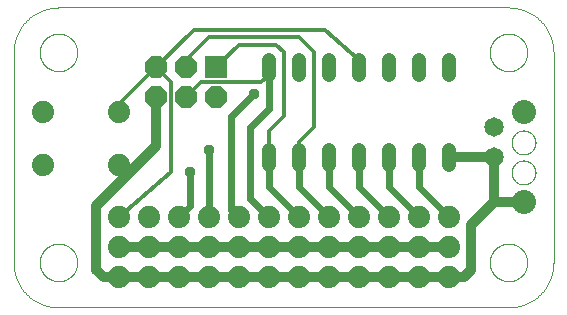
<source format=gbl>
G75*
%MOIN*%
%OFA0B0*%
%FSLAX25Y25*%
%IPPOS*%
%LPD*%
%AMOC8*
5,1,8,0,0,1.08239X$1,22.5*
%
%ADD10C,0.00000*%
%ADD11C,0.04800*%
%ADD12R,0.07400X0.07400*%
%ADD13OC8,0.07400*%
%ADD14C,0.07400*%
%ADD15C,0.08000*%
%ADD16C,0.06500*%
%ADD17C,0.03200*%
%ADD18C,0.01200*%
%ADD19C,0.02400*%
%ADD20C,0.03762*%
D10*
X0016000Y0001167D02*
X0166000Y0001167D01*
X0159750Y0016167D02*
X0159752Y0016325D01*
X0159758Y0016482D01*
X0159768Y0016640D01*
X0159782Y0016797D01*
X0159800Y0016953D01*
X0159821Y0017110D01*
X0159847Y0017265D01*
X0159877Y0017420D01*
X0159910Y0017574D01*
X0159948Y0017727D01*
X0159989Y0017880D01*
X0160034Y0018031D01*
X0160083Y0018181D01*
X0160136Y0018329D01*
X0160192Y0018477D01*
X0160253Y0018622D01*
X0160316Y0018767D01*
X0160384Y0018909D01*
X0160455Y0019050D01*
X0160529Y0019189D01*
X0160607Y0019326D01*
X0160689Y0019461D01*
X0160773Y0019594D01*
X0160862Y0019725D01*
X0160953Y0019853D01*
X0161048Y0019980D01*
X0161145Y0020103D01*
X0161246Y0020225D01*
X0161350Y0020343D01*
X0161457Y0020459D01*
X0161567Y0020572D01*
X0161679Y0020683D01*
X0161795Y0020790D01*
X0161913Y0020895D01*
X0162033Y0020997D01*
X0162156Y0021095D01*
X0162282Y0021191D01*
X0162410Y0021283D01*
X0162540Y0021372D01*
X0162672Y0021458D01*
X0162807Y0021540D01*
X0162944Y0021619D01*
X0163082Y0021694D01*
X0163222Y0021766D01*
X0163365Y0021834D01*
X0163508Y0021899D01*
X0163654Y0021960D01*
X0163801Y0022017D01*
X0163949Y0022071D01*
X0164099Y0022121D01*
X0164249Y0022167D01*
X0164401Y0022209D01*
X0164554Y0022248D01*
X0164708Y0022282D01*
X0164863Y0022313D01*
X0165018Y0022339D01*
X0165174Y0022362D01*
X0165331Y0022381D01*
X0165488Y0022396D01*
X0165645Y0022407D01*
X0165803Y0022414D01*
X0165961Y0022417D01*
X0166118Y0022416D01*
X0166276Y0022411D01*
X0166433Y0022402D01*
X0166591Y0022389D01*
X0166747Y0022372D01*
X0166904Y0022351D01*
X0167059Y0022327D01*
X0167214Y0022298D01*
X0167369Y0022265D01*
X0167522Y0022229D01*
X0167675Y0022188D01*
X0167826Y0022144D01*
X0167976Y0022096D01*
X0168125Y0022045D01*
X0168273Y0021989D01*
X0168419Y0021930D01*
X0168564Y0021867D01*
X0168707Y0021800D01*
X0168848Y0021730D01*
X0168987Y0021657D01*
X0169125Y0021580D01*
X0169261Y0021499D01*
X0169394Y0021415D01*
X0169525Y0021328D01*
X0169654Y0021237D01*
X0169781Y0021143D01*
X0169906Y0021046D01*
X0170027Y0020946D01*
X0170147Y0020843D01*
X0170263Y0020737D01*
X0170377Y0020628D01*
X0170489Y0020516D01*
X0170597Y0020402D01*
X0170702Y0020284D01*
X0170805Y0020164D01*
X0170904Y0020042D01*
X0171000Y0019917D01*
X0171093Y0019789D01*
X0171183Y0019660D01*
X0171269Y0019528D01*
X0171353Y0019394D01*
X0171432Y0019258D01*
X0171509Y0019120D01*
X0171581Y0018980D01*
X0171650Y0018838D01*
X0171716Y0018695D01*
X0171778Y0018550D01*
X0171836Y0018403D01*
X0171891Y0018255D01*
X0171942Y0018106D01*
X0171989Y0017955D01*
X0172032Y0017804D01*
X0172071Y0017651D01*
X0172107Y0017497D01*
X0172138Y0017343D01*
X0172166Y0017188D01*
X0172190Y0017032D01*
X0172210Y0016875D01*
X0172226Y0016718D01*
X0172238Y0016561D01*
X0172246Y0016404D01*
X0172250Y0016246D01*
X0172250Y0016088D01*
X0172246Y0015930D01*
X0172238Y0015773D01*
X0172226Y0015616D01*
X0172210Y0015459D01*
X0172190Y0015302D01*
X0172166Y0015146D01*
X0172138Y0014991D01*
X0172107Y0014837D01*
X0172071Y0014683D01*
X0172032Y0014530D01*
X0171989Y0014379D01*
X0171942Y0014228D01*
X0171891Y0014079D01*
X0171836Y0013931D01*
X0171778Y0013784D01*
X0171716Y0013639D01*
X0171650Y0013496D01*
X0171581Y0013354D01*
X0171509Y0013214D01*
X0171432Y0013076D01*
X0171353Y0012940D01*
X0171269Y0012806D01*
X0171183Y0012674D01*
X0171093Y0012545D01*
X0171000Y0012417D01*
X0170904Y0012292D01*
X0170805Y0012170D01*
X0170702Y0012050D01*
X0170597Y0011932D01*
X0170489Y0011818D01*
X0170377Y0011706D01*
X0170263Y0011597D01*
X0170147Y0011491D01*
X0170027Y0011388D01*
X0169906Y0011288D01*
X0169781Y0011191D01*
X0169654Y0011097D01*
X0169525Y0011006D01*
X0169394Y0010919D01*
X0169261Y0010835D01*
X0169125Y0010754D01*
X0168987Y0010677D01*
X0168848Y0010604D01*
X0168707Y0010534D01*
X0168564Y0010467D01*
X0168419Y0010404D01*
X0168273Y0010345D01*
X0168125Y0010289D01*
X0167976Y0010238D01*
X0167826Y0010190D01*
X0167675Y0010146D01*
X0167522Y0010105D01*
X0167369Y0010069D01*
X0167214Y0010036D01*
X0167059Y0010007D01*
X0166904Y0009983D01*
X0166747Y0009962D01*
X0166591Y0009945D01*
X0166433Y0009932D01*
X0166276Y0009923D01*
X0166118Y0009918D01*
X0165961Y0009917D01*
X0165803Y0009920D01*
X0165645Y0009927D01*
X0165488Y0009938D01*
X0165331Y0009953D01*
X0165174Y0009972D01*
X0165018Y0009995D01*
X0164863Y0010021D01*
X0164708Y0010052D01*
X0164554Y0010086D01*
X0164401Y0010125D01*
X0164249Y0010167D01*
X0164099Y0010213D01*
X0163949Y0010263D01*
X0163801Y0010317D01*
X0163654Y0010374D01*
X0163508Y0010435D01*
X0163365Y0010500D01*
X0163222Y0010568D01*
X0163082Y0010640D01*
X0162944Y0010715D01*
X0162807Y0010794D01*
X0162672Y0010876D01*
X0162540Y0010962D01*
X0162410Y0011051D01*
X0162282Y0011143D01*
X0162156Y0011239D01*
X0162033Y0011337D01*
X0161913Y0011439D01*
X0161795Y0011544D01*
X0161679Y0011651D01*
X0161567Y0011762D01*
X0161457Y0011875D01*
X0161350Y0011991D01*
X0161246Y0012109D01*
X0161145Y0012231D01*
X0161048Y0012354D01*
X0160953Y0012481D01*
X0160862Y0012609D01*
X0160773Y0012740D01*
X0160689Y0012873D01*
X0160607Y0013008D01*
X0160529Y0013145D01*
X0160455Y0013284D01*
X0160384Y0013425D01*
X0160316Y0013567D01*
X0160253Y0013712D01*
X0160192Y0013857D01*
X0160136Y0014005D01*
X0160083Y0014153D01*
X0160034Y0014303D01*
X0159989Y0014454D01*
X0159948Y0014607D01*
X0159910Y0014760D01*
X0159877Y0014914D01*
X0159847Y0015069D01*
X0159821Y0015224D01*
X0159800Y0015381D01*
X0159782Y0015537D01*
X0159768Y0015694D01*
X0159758Y0015852D01*
X0159752Y0016009D01*
X0159750Y0016167D01*
X0166000Y0001167D02*
X0166362Y0001171D01*
X0166725Y0001185D01*
X0167087Y0001206D01*
X0167448Y0001237D01*
X0167808Y0001276D01*
X0168167Y0001324D01*
X0168525Y0001381D01*
X0168882Y0001446D01*
X0169237Y0001520D01*
X0169590Y0001603D01*
X0169941Y0001694D01*
X0170289Y0001793D01*
X0170635Y0001901D01*
X0170979Y0002017D01*
X0171319Y0002142D01*
X0171656Y0002274D01*
X0171990Y0002415D01*
X0172321Y0002564D01*
X0172648Y0002721D01*
X0172971Y0002885D01*
X0173290Y0003057D01*
X0173604Y0003237D01*
X0173915Y0003425D01*
X0174220Y0003620D01*
X0174521Y0003822D01*
X0174817Y0004032D01*
X0175107Y0004248D01*
X0175393Y0004472D01*
X0175673Y0004702D01*
X0175947Y0004939D01*
X0176215Y0005183D01*
X0176478Y0005433D01*
X0176734Y0005689D01*
X0176984Y0005952D01*
X0177228Y0006220D01*
X0177465Y0006494D01*
X0177695Y0006774D01*
X0177919Y0007060D01*
X0178135Y0007350D01*
X0178345Y0007646D01*
X0178547Y0007947D01*
X0178742Y0008252D01*
X0178930Y0008563D01*
X0179110Y0008877D01*
X0179282Y0009196D01*
X0179446Y0009519D01*
X0179603Y0009846D01*
X0179752Y0010177D01*
X0179893Y0010511D01*
X0180025Y0010848D01*
X0180150Y0011188D01*
X0180266Y0011532D01*
X0180374Y0011878D01*
X0180473Y0012226D01*
X0180564Y0012577D01*
X0180647Y0012930D01*
X0180721Y0013285D01*
X0180786Y0013642D01*
X0180843Y0014000D01*
X0180891Y0014359D01*
X0180930Y0014719D01*
X0180961Y0015080D01*
X0180982Y0015442D01*
X0180996Y0015805D01*
X0181000Y0016167D01*
X0181000Y0086167D01*
X0159750Y0086167D02*
X0159752Y0086325D01*
X0159758Y0086482D01*
X0159768Y0086640D01*
X0159782Y0086797D01*
X0159800Y0086953D01*
X0159821Y0087110D01*
X0159847Y0087265D01*
X0159877Y0087420D01*
X0159910Y0087574D01*
X0159948Y0087727D01*
X0159989Y0087880D01*
X0160034Y0088031D01*
X0160083Y0088181D01*
X0160136Y0088329D01*
X0160192Y0088477D01*
X0160253Y0088622D01*
X0160316Y0088767D01*
X0160384Y0088909D01*
X0160455Y0089050D01*
X0160529Y0089189D01*
X0160607Y0089326D01*
X0160689Y0089461D01*
X0160773Y0089594D01*
X0160862Y0089725D01*
X0160953Y0089853D01*
X0161048Y0089980D01*
X0161145Y0090103D01*
X0161246Y0090225D01*
X0161350Y0090343D01*
X0161457Y0090459D01*
X0161567Y0090572D01*
X0161679Y0090683D01*
X0161795Y0090790D01*
X0161913Y0090895D01*
X0162033Y0090997D01*
X0162156Y0091095D01*
X0162282Y0091191D01*
X0162410Y0091283D01*
X0162540Y0091372D01*
X0162672Y0091458D01*
X0162807Y0091540D01*
X0162944Y0091619D01*
X0163082Y0091694D01*
X0163222Y0091766D01*
X0163365Y0091834D01*
X0163508Y0091899D01*
X0163654Y0091960D01*
X0163801Y0092017D01*
X0163949Y0092071D01*
X0164099Y0092121D01*
X0164249Y0092167D01*
X0164401Y0092209D01*
X0164554Y0092248D01*
X0164708Y0092282D01*
X0164863Y0092313D01*
X0165018Y0092339D01*
X0165174Y0092362D01*
X0165331Y0092381D01*
X0165488Y0092396D01*
X0165645Y0092407D01*
X0165803Y0092414D01*
X0165961Y0092417D01*
X0166118Y0092416D01*
X0166276Y0092411D01*
X0166433Y0092402D01*
X0166591Y0092389D01*
X0166747Y0092372D01*
X0166904Y0092351D01*
X0167059Y0092327D01*
X0167214Y0092298D01*
X0167369Y0092265D01*
X0167522Y0092229D01*
X0167675Y0092188D01*
X0167826Y0092144D01*
X0167976Y0092096D01*
X0168125Y0092045D01*
X0168273Y0091989D01*
X0168419Y0091930D01*
X0168564Y0091867D01*
X0168707Y0091800D01*
X0168848Y0091730D01*
X0168987Y0091657D01*
X0169125Y0091580D01*
X0169261Y0091499D01*
X0169394Y0091415D01*
X0169525Y0091328D01*
X0169654Y0091237D01*
X0169781Y0091143D01*
X0169906Y0091046D01*
X0170027Y0090946D01*
X0170147Y0090843D01*
X0170263Y0090737D01*
X0170377Y0090628D01*
X0170489Y0090516D01*
X0170597Y0090402D01*
X0170702Y0090284D01*
X0170805Y0090164D01*
X0170904Y0090042D01*
X0171000Y0089917D01*
X0171093Y0089789D01*
X0171183Y0089660D01*
X0171269Y0089528D01*
X0171353Y0089394D01*
X0171432Y0089258D01*
X0171509Y0089120D01*
X0171581Y0088980D01*
X0171650Y0088838D01*
X0171716Y0088695D01*
X0171778Y0088550D01*
X0171836Y0088403D01*
X0171891Y0088255D01*
X0171942Y0088106D01*
X0171989Y0087955D01*
X0172032Y0087804D01*
X0172071Y0087651D01*
X0172107Y0087497D01*
X0172138Y0087343D01*
X0172166Y0087188D01*
X0172190Y0087032D01*
X0172210Y0086875D01*
X0172226Y0086718D01*
X0172238Y0086561D01*
X0172246Y0086404D01*
X0172250Y0086246D01*
X0172250Y0086088D01*
X0172246Y0085930D01*
X0172238Y0085773D01*
X0172226Y0085616D01*
X0172210Y0085459D01*
X0172190Y0085302D01*
X0172166Y0085146D01*
X0172138Y0084991D01*
X0172107Y0084837D01*
X0172071Y0084683D01*
X0172032Y0084530D01*
X0171989Y0084379D01*
X0171942Y0084228D01*
X0171891Y0084079D01*
X0171836Y0083931D01*
X0171778Y0083784D01*
X0171716Y0083639D01*
X0171650Y0083496D01*
X0171581Y0083354D01*
X0171509Y0083214D01*
X0171432Y0083076D01*
X0171353Y0082940D01*
X0171269Y0082806D01*
X0171183Y0082674D01*
X0171093Y0082545D01*
X0171000Y0082417D01*
X0170904Y0082292D01*
X0170805Y0082170D01*
X0170702Y0082050D01*
X0170597Y0081932D01*
X0170489Y0081818D01*
X0170377Y0081706D01*
X0170263Y0081597D01*
X0170147Y0081491D01*
X0170027Y0081388D01*
X0169906Y0081288D01*
X0169781Y0081191D01*
X0169654Y0081097D01*
X0169525Y0081006D01*
X0169394Y0080919D01*
X0169261Y0080835D01*
X0169125Y0080754D01*
X0168987Y0080677D01*
X0168848Y0080604D01*
X0168707Y0080534D01*
X0168564Y0080467D01*
X0168419Y0080404D01*
X0168273Y0080345D01*
X0168125Y0080289D01*
X0167976Y0080238D01*
X0167826Y0080190D01*
X0167675Y0080146D01*
X0167522Y0080105D01*
X0167369Y0080069D01*
X0167214Y0080036D01*
X0167059Y0080007D01*
X0166904Y0079983D01*
X0166747Y0079962D01*
X0166591Y0079945D01*
X0166433Y0079932D01*
X0166276Y0079923D01*
X0166118Y0079918D01*
X0165961Y0079917D01*
X0165803Y0079920D01*
X0165645Y0079927D01*
X0165488Y0079938D01*
X0165331Y0079953D01*
X0165174Y0079972D01*
X0165018Y0079995D01*
X0164863Y0080021D01*
X0164708Y0080052D01*
X0164554Y0080086D01*
X0164401Y0080125D01*
X0164249Y0080167D01*
X0164099Y0080213D01*
X0163949Y0080263D01*
X0163801Y0080317D01*
X0163654Y0080374D01*
X0163508Y0080435D01*
X0163365Y0080500D01*
X0163222Y0080568D01*
X0163082Y0080640D01*
X0162944Y0080715D01*
X0162807Y0080794D01*
X0162672Y0080876D01*
X0162540Y0080962D01*
X0162410Y0081051D01*
X0162282Y0081143D01*
X0162156Y0081239D01*
X0162033Y0081337D01*
X0161913Y0081439D01*
X0161795Y0081544D01*
X0161679Y0081651D01*
X0161567Y0081762D01*
X0161457Y0081875D01*
X0161350Y0081991D01*
X0161246Y0082109D01*
X0161145Y0082231D01*
X0161048Y0082354D01*
X0160953Y0082481D01*
X0160862Y0082609D01*
X0160773Y0082740D01*
X0160689Y0082873D01*
X0160607Y0083008D01*
X0160529Y0083145D01*
X0160455Y0083284D01*
X0160384Y0083425D01*
X0160316Y0083567D01*
X0160253Y0083712D01*
X0160192Y0083857D01*
X0160136Y0084005D01*
X0160083Y0084153D01*
X0160034Y0084303D01*
X0159989Y0084454D01*
X0159948Y0084607D01*
X0159910Y0084760D01*
X0159877Y0084914D01*
X0159847Y0085069D01*
X0159821Y0085224D01*
X0159800Y0085381D01*
X0159782Y0085537D01*
X0159768Y0085694D01*
X0159758Y0085852D01*
X0159752Y0086009D01*
X0159750Y0086167D01*
X0166000Y0101167D02*
X0166362Y0101163D01*
X0166725Y0101149D01*
X0167087Y0101128D01*
X0167448Y0101097D01*
X0167808Y0101058D01*
X0168167Y0101010D01*
X0168525Y0100953D01*
X0168882Y0100888D01*
X0169237Y0100814D01*
X0169590Y0100731D01*
X0169941Y0100640D01*
X0170289Y0100541D01*
X0170635Y0100433D01*
X0170979Y0100317D01*
X0171319Y0100192D01*
X0171656Y0100060D01*
X0171990Y0099919D01*
X0172321Y0099770D01*
X0172648Y0099613D01*
X0172971Y0099449D01*
X0173290Y0099277D01*
X0173604Y0099097D01*
X0173915Y0098909D01*
X0174220Y0098714D01*
X0174521Y0098512D01*
X0174817Y0098302D01*
X0175107Y0098086D01*
X0175393Y0097862D01*
X0175673Y0097632D01*
X0175947Y0097395D01*
X0176215Y0097151D01*
X0176478Y0096901D01*
X0176734Y0096645D01*
X0176984Y0096382D01*
X0177228Y0096114D01*
X0177465Y0095840D01*
X0177695Y0095560D01*
X0177919Y0095274D01*
X0178135Y0094984D01*
X0178345Y0094688D01*
X0178547Y0094387D01*
X0178742Y0094082D01*
X0178930Y0093771D01*
X0179110Y0093457D01*
X0179282Y0093138D01*
X0179446Y0092815D01*
X0179603Y0092488D01*
X0179752Y0092157D01*
X0179893Y0091823D01*
X0180025Y0091486D01*
X0180150Y0091146D01*
X0180266Y0090802D01*
X0180374Y0090456D01*
X0180473Y0090108D01*
X0180564Y0089757D01*
X0180647Y0089404D01*
X0180721Y0089049D01*
X0180786Y0088692D01*
X0180843Y0088334D01*
X0180891Y0087975D01*
X0180930Y0087615D01*
X0180961Y0087254D01*
X0180982Y0086892D01*
X0180996Y0086529D01*
X0181000Y0086167D01*
X0166000Y0101167D02*
X0016000Y0101167D01*
X0009750Y0086167D02*
X0009752Y0086325D01*
X0009758Y0086482D01*
X0009768Y0086640D01*
X0009782Y0086797D01*
X0009800Y0086953D01*
X0009821Y0087110D01*
X0009847Y0087265D01*
X0009877Y0087420D01*
X0009910Y0087574D01*
X0009948Y0087727D01*
X0009989Y0087880D01*
X0010034Y0088031D01*
X0010083Y0088181D01*
X0010136Y0088329D01*
X0010192Y0088477D01*
X0010253Y0088622D01*
X0010316Y0088767D01*
X0010384Y0088909D01*
X0010455Y0089050D01*
X0010529Y0089189D01*
X0010607Y0089326D01*
X0010689Y0089461D01*
X0010773Y0089594D01*
X0010862Y0089725D01*
X0010953Y0089853D01*
X0011048Y0089980D01*
X0011145Y0090103D01*
X0011246Y0090225D01*
X0011350Y0090343D01*
X0011457Y0090459D01*
X0011567Y0090572D01*
X0011679Y0090683D01*
X0011795Y0090790D01*
X0011913Y0090895D01*
X0012033Y0090997D01*
X0012156Y0091095D01*
X0012282Y0091191D01*
X0012410Y0091283D01*
X0012540Y0091372D01*
X0012672Y0091458D01*
X0012807Y0091540D01*
X0012944Y0091619D01*
X0013082Y0091694D01*
X0013222Y0091766D01*
X0013365Y0091834D01*
X0013508Y0091899D01*
X0013654Y0091960D01*
X0013801Y0092017D01*
X0013949Y0092071D01*
X0014099Y0092121D01*
X0014249Y0092167D01*
X0014401Y0092209D01*
X0014554Y0092248D01*
X0014708Y0092282D01*
X0014863Y0092313D01*
X0015018Y0092339D01*
X0015174Y0092362D01*
X0015331Y0092381D01*
X0015488Y0092396D01*
X0015645Y0092407D01*
X0015803Y0092414D01*
X0015961Y0092417D01*
X0016118Y0092416D01*
X0016276Y0092411D01*
X0016433Y0092402D01*
X0016591Y0092389D01*
X0016747Y0092372D01*
X0016904Y0092351D01*
X0017059Y0092327D01*
X0017214Y0092298D01*
X0017369Y0092265D01*
X0017522Y0092229D01*
X0017675Y0092188D01*
X0017826Y0092144D01*
X0017976Y0092096D01*
X0018125Y0092045D01*
X0018273Y0091989D01*
X0018419Y0091930D01*
X0018564Y0091867D01*
X0018707Y0091800D01*
X0018848Y0091730D01*
X0018987Y0091657D01*
X0019125Y0091580D01*
X0019261Y0091499D01*
X0019394Y0091415D01*
X0019525Y0091328D01*
X0019654Y0091237D01*
X0019781Y0091143D01*
X0019906Y0091046D01*
X0020027Y0090946D01*
X0020147Y0090843D01*
X0020263Y0090737D01*
X0020377Y0090628D01*
X0020489Y0090516D01*
X0020597Y0090402D01*
X0020702Y0090284D01*
X0020805Y0090164D01*
X0020904Y0090042D01*
X0021000Y0089917D01*
X0021093Y0089789D01*
X0021183Y0089660D01*
X0021269Y0089528D01*
X0021353Y0089394D01*
X0021432Y0089258D01*
X0021509Y0089120D01*
X0021581Y0088980D01*
X0021650Y0088838D01*
X0021716Y0088695D01*
X0021778Y0088550D01*
X0021836Y0088403D01*
X0021891Y0088255D01*
X0021942Y0088106D01*
X0021989Y0087955D01*
X0022032Y0087804D01*
X0022071Y0087651D01*
X0022107Y0087497D01*
X0022138Y0087343D01*
X0022166Y0087188D01*
X0022190Y0087032D01*
X0022210Y0086875D01*
X0022226Y0086718D01*
X0022238Y0086561D01*
X0022246Y0086404D01*
X0022250Y0086246D01*
X0022250Y0086088D01*
X0022246Y0085930D01*
X0022238Y0085773D01*
X0022226Y0085616D01*
X0022210Y0085459D01*
X0022190Y0085302D01*
X0022166Y0085146D01*
X0022138Y0084991D01*
X0022107Y0084837D01*
X0022071Y0084683D01*
X0022032Y0084530D01*
X0021989Y0084379D01*
X0021942Y0084228D01*
X0021891Y0084079D01*
X0021836Y0083931D01*
X0021778Y0083784D01*
X0021716Y0083639D01*
X0021650Y0083496D01*
X0021581Y0083354D01*
X0021509Y0083214D01*
X0021432Y0083076D01*
X0021353Y0082940D01*
X0021269Y0082806D01*
X0021183Y0082674D01*
X0021093Y0082545D01*
X0021000Y0082417D01*
X0020904Y0082292D01*
X0020805Y0082170D01*
X0020702Y0082050D01*
X0020597Y0081932D01*
X0020489Y0081818D01*
X0020377Y0081706D01*
X0020263Y0081597D01*
X0020147Y0081491D01*
X0020027Y0081388D01*
X0019906Y0081288D01*
X0019781Y0081191D01*
X0019654Y0081097D01*
X0019525Y0081006D01*
X0019394Y0080919D01*
X0019261Y0080835D01*
X0019125Y0080754D01*
X0018987Y0080677D01*
X0018848Y0080604D01*
X0018707Y0080534D01*
X0018564Y0080467D01*
X0018419Y0080404D01*
X0018273Y0080345D01*
X0018125Y0080289D01*
X0017976Y0080238D01*
X0017826Y0080190D01*
X0017675Y0080146D01*
X0017522Y0080105D01*
X0017369Y0080069D01*
X0017214Y0080036D01*
X0017059Y0080007D01*
X0016904Y0079983D01*
X0016747Y0079962D01*
X0016591Y0079945D01*
X0016433Y0079932D01*
X0016276Y0079923D01*
X0016118Y0079918D01*
X0015961Y0079917D01*
X0015803Y0079920D01*
X0015645Y0079927D01*
X0015488Y0079938D01*
X0015331Y0079953D01*
X0015174Y0079972D01*
X0015018Y0079995D01*
X0014863Y0080021D01*
X0014708Y0080052D01*
X0014554Y0080086D01*
X0014401Y0080125D01*
X0014249Y0080167D01*
X0014099Y0080213D01*
X0013949Y0080263D01*
X0013801Y0080317D01*
X0013654Y0080374D01*
X0013508Y0080435D01*
X0013365Y0080500D01*
X0013222Y0080568D01*
X0013082Y0080640D01*
X0012944Y0080715D01*
X0012807Y0080794D01*
X0012672Y0080876D01*
X0012540Y0080962D01*
X0012410Y0081051D01*
X0012282Y0081143D01*
X0012156Y0081239D01*
X0012033Y0081337D01*
X0011913Y0081439D01*
X0011795Y0081544D01*
X0011679Y0081651D01*
X0011567Y0081762D01*
X0011457Y0081875D01*
X0011350Y0081991D01*
X0011246Y0082109D01*
X0011145Y0082231D01*
X0011048Y0082354D01*
X0010953Y0082481D01*
X0010862Y0082609D01*
X0010773Y0082740D01*
X0010689Y0082873D01*
X0010607Y0083008D01*
X0010529Y0083145D01*
X0010455Y0083284D01*
X0010384Y0083425D01*
X0010316Y0083567D01*
X0010253Y0083712D01*
X0010192Y0083857D01*
X0010136Y0084005D01*
X0010083Y0084153D01*
X0010034Y0084303D01*
X0009989Y0084454D01*
X0009948Y0084607D01*
X0009910Y0084760D01*
X0009877Y0084914D01*
X0009847Y0085069D01*
X0009821Y0085224D01*
X0009800Y0085381D01*
X0009782Y0085537D01*
X0009768Y0085694D01*
X0009758Y0085852D01*
X0009752Y0086009D01*
X0009750Y0086167D01*
X0001000Y0086167D02*
X0001004Y0086529D01*
X0001018Y0086892D01*
X0001039Y0087254D01*
X0001070Y0087615D01*
X0001109Y0087975D01*
X0001157Y0088334D01*
X0001214Y0088692D01*
X0001279Y0089049D01*
X0001353Y0089404D01*
X0001436Y0089757D01*
X0001527Y0090108D01*
X0001626Y0090456D01*
X0001734Y0090802D01*
X0001850Y0091146D01*
X0001975Y0091486D01*
X0002107Y0091823D01*
X0002248Y0092157D01*
X0002397Y0092488D01*
X0002554Y0092815D01*
X0002718Y0093138D01*
X0002890Y0093457D01*
X0003070Y0093771D01*
X0003258Y0094082D01*
X0003453Y0094387D01*
X0003655Y0094688D01*
X0003865Y0094984D01*
X0004081Y0095274D01*
X0004305Y0095560D01*
X0004535Y0095840D01*
X0004772Y0096114D01*
X0005016Y0096382D01*
X0005266Y0096645D01*
X0005522Y0096901D01*
X0005785Y0097151D01*
X0006053Y0097395D01*
X0006327Y0097632D01*
X0006607Y0097862D01*
X0006893Y0098086D01*
X0007183Y0098302D01*
X0007479Y0098512D01*
X0007780Y0098714D01*
X0008085Y0098909D01*
X0008396Y0099097D01*
X0008710Y0099277D01*
X0009029Y0099449D01*
X0009352Y0099613D01*
X0009679Y0099770D01*
X0010010Y0099919D01*
X0010344Y0100060D01*
X0010681Y0100192D01*
X0011021Y0100317D01*
X0011365Y0100433D01*
X0011711Y0100541D01*
X0012059Y0100640D01*
X0012410Y0100731D01*
X0012763Y0100814D01*
X0013118Y0100888D01*
X0013475Y0100953D01*
X0013833Y0101010D01*
X0014192Y0101058D01*
X0014552Y0101097D01*
X0014913Y0101128D01*
X0015275Y0101149D01*
X0015638Y0101163D01*
X0016000Y0101167D01*
X0001000Y0086167D02*
X0001000Y0016167D01*
X0009750Y0016167D02*
X0009752Y0016325D01*
X0009758Y0016482D01*
X0009768Y0016640D01*
X0009782Y0016797D01*
X0009800Y0016953D01*
X0009821Y0017110D01*
X0009847Y0017265D01*
X0009877Y0017420D01*
X0009910Y0017574D01*
X0009948Y0017727D01*
X0009989Y0017880D01*
X0010034Y0018031D01*
X0010083Y0018181D01*
X0010136Y0018329D01*
X0010192Y0018477D01*
X0010253Y0018622D01*
X0010316Y0018767D01*
X0010384Y0018909D01*
X0010455Y0019050D01*
X0010529Y0019189D01*
X0010607Y0019326D01*
X0010689Y0019461D01*
X0010773Y0019594D01*
X0010862Y0019725D01*
X0010953Y0019853D01*
X0011048Y0019980D01*
X0011145Y0020103D01*
X0011246Y0020225D01*
X0011350Y0020343D01*
X0011457Y0020459D01*
X0011567Y0020572D01*
X0011679Y0020683D01*
X0011795Y0020790D01*
X0011913Y0020895D01*
X0012033Y0020997D01*
X0012156Y0021095D01*
X0012282Y0021191D01*
X0012410Y0021283D01*
X0012540Y0021372D01*
X0012672Y0021458D01*
X0012807Y0021540D01*
X0012944Y0021619D01*
X0013082Y0021694D01*
X0013222Y0021766D01*
X0013365Y0021834D01*
X0013508Y0021899D01*
X0013654Y0021960D01*
X0013801Y0022017D01*
X0013949Y0022071D01*
X0014099Y0022121D01*
X0014249Y0022167D01*
X0014401Y0022209D01*
X0014554Y0022248D01*
X0014708Y0022282D01*
X0014863Y0022313D01*
X0015018Y0022339D01*
X0015174Y0022362D01*
X0015331Y0022381D01*
X0015488Y0022396D01*
X0015645Y0022407D01*
X0015803Y0022414D01*
X0015961Y0022417D01*
X0016118Y0022416D01*
X0016276Y0022411D01*
X0016433Y0022402D01*
X0016591Y0022389D01*
X0016747Y0022372D01*
X0016904Y0022351D01*
X0017059Y0022327D01*
X0017214Y0022298D01*
X0017369Y0022265D01*
X0017522Y0022229D01*
X0017675Y0022188D01*
X0017826Y0022144D01*
X0017976Y0022096D01*
X0018125Y0022045D01*
X0018273Y0021989D01*
X0018419Y0021930D01*
X0018564Y0021867D01*
X0018707Y0021800D01*
X0018848Y0021730D01*
X0018987Y0021657D01*
X0019125Y0021580D01*
X0019261Y0021499D01*
X0019394Y0021415D01*
X0019525Y0021328D01*
X0019654Y0021237D01*
X0019781Y0021143D01*
X0019906Y0021046D01*
X0020027Y0020946D01*
X0020147Y0020843D01*
X0020263Y0020737D01*
X0020377Y0020628D01*
X0020489Y0020516D01*
X0020597Y0020402D01*
X0020702Y0020284D01*
X0020805Y0020164D01*
X0020904Y0020042D01*
X0021000Y0019917D01*
X0021093Y0019789D01*
X0021183Y0019660D01*
X0021269Y0019528D01*
X0021353Y0019394D01*
X0021432Y0019258D01*
X0021509Y0019120D01*
X0021581Y0018980D01*
X0021650Y0018838D01*
X0021716Y0018695D01*
X0021778Y0018550D01*
X0021836Y0018403D01*
X0021891Y0018255D01*
X0021942Y0018106D01*
X0021989Y0017955D01*
X0022032Y0017804D01*
X0022071Y0017651D01*
X0022107Y0017497D01*
X0022138Y0017343D01*
X0022166Y0017188D01*
X0022190Y0017032D01*
X0022210Y0016875D01*
X0022226Y0016718D01*
X0022238Y0016561D01*
X0022246Y0016404D01*
X0022250Y0016246D01*
X0022250Y0016088D01*
X0022246Y0015930D01*
X0022238Y0015773D01*
X0022226Y0015616D01*
X0022210Y0015459D01*
X0022190Y0015302D01*
X0022166Y0015146D01*
X0022138Y0014991D01*
X0022107Y0014837D01*
X0022071Y0014683D01*
X0022032Y0014530D01*
X0021989Y0014379D01*
X0021942Y0014228D01*
X0021891Y0014079D01*
X0021836Y0013931D01*
X0021778Y0013784D01*
X0021716Y0013639D01*
X0021650Y0013496D01*
X0021581Y0013354D01*
X0021509Y0013214D01*
X0021432Y0013076D01*
X0021353Y0012940D01*
X0021269Y0012806D01*
X0021183Y0012674D01*
X0021093Y0012545D01*
X0021000Y0012417D01*
X0020904Y0012292D01*
X0020805Y0012170D01*
X0020702Y0012050D01*
X0020597Y0011932D01*
X0020489Y0011818D01*
X0020377Y0011706D01*
X0020263Y0011597D01*
X0020147Y0011491D01*
X0020027Y0011388D01*
X0019906Y0011288D01*
X0019781Y0011191D01*
X0019654Y0011097D01*
X0019525Y0011006D01*
X0019394Y0010919D01*
X0019261Y0010835D01*
X0019125Y0010754D01*
X0018987Y0010677D01*
X0018848Y0010604D01*
X0018707Y0010534D01*
X0018564Y0010467D01*
X0018419Y0010404D01*
X0018273Y0010345D01*
X0018125Y0010289D01*
X0017976Y0010238D01*
X0017826Y0010190D01*
X0017675Y0010146D01*
X0017522Y0010105D01*
X0017369Y0010069D01*
X0017214Y0010036D01*
X0017059Y0010007D01*
X0016904Y0009983D01*
X0016747Y0009962D01*
X0016591Y0009945D01*
X0016433Y0009932D01*
X0016276Y0009923D01*
X0016118Y0009918D01*
X0015961Y0009917D01*
X0015803Y0009920D01*
X0015645Y0009927D01*
X0015488Y0009938D01*
X0015331Y0009953D01*
X0015174Y0009972D01*
X0015018Y0009995D01*
X0014863Y0010021D01*
X0014708Y0010052D01*
X0014554Y0010086D01*
X0014401Y0010125D01*
X0014249Y0010167D01*
X0014099Y0010213D01*
X0013949Y0010263D01*
X0013801Y0010317D01*
X0013654Y0010374D01*
X0013508Y0010435D01*
X0013365Y0010500D01*
X0013222Y0010568D01*
X0013082Y0010640D01*
X0012944Y0010715D01*
X0012807Y0010794D01*
X0012672Y0010876D01*
X0012540Y0010962D01*
X0012410Y0011051D01*
X0012282Y0011143D01*
X0012156Y0011239D01*
X0012033Y0011337D01*
X0011913Y0011439D01*
X0011795Y0011544D01*
X0011679Y0011651D01*
X0011567Y0011762D01*
X0011457Y0011875D01*
X0011350Y0011991D01*
X0011246Y0012109D01*
X0011145Y0012231D01*
X0011048Y0012354D01*
X0010953Y0012481D01*
X0010862Y0012609D01*
X0010773Y0012740D01*
X0010689Y0012873D01*
X0010607Y0013008D01*
X0010529Y0013145D01*
X0010455Y0013284D01*
X0010384Y0013425D01*
X0010316Y0013567D01*
X0010253Y0013712D01*
X0010192Y0013857D01*
X0010136Y0014005D01*
X0010083Y0014153D01*
X0010034Y0014303D01*
X0009989Y0014454D01*
X0009948Y0014607D01*
X0009910Y0014760D01*
X0009877Y0014914D01*
X0009847Y0015069D01*
X0009821Y0015224D01*
X0009800Y0015381D01*
X0009782Y0015537D01*
X0009768Y0015694D01*
X0009758Y0015852D01*
X0009752Y0016009D01*
X0009750Y0016167D01*
X0001000Y0016167D02*
X0001004Y0015805D01*
X0001018Y0015442D01*
X0001039Y0015080D01*
X0001070Y0014719D01*
X0001109Y0014359D01*
X0001157Y0014000D01*
X0001214Y0013642D01*
X0001279Y0013285D01*
X0001353Y0012930D01*
X0001436Y0012577D01*
X0001527Y0012226D01*
X0001626Y0011878D01*
X0001734Y0011532D01*
X0001850Y0011188D01*
X0001975Y0010848D01*
X0002107Y0010511D01*
X0002248Y0010177D01*
X0002397Y0009846D01*
X0002554Y0009519D01*
X0002718Y0009196D01*
X0002890Y0008877D01*
X0003070Y0008563D01*
X0003258Y0008252D01*
X0003453Y0007947D01*
X0003655Y0007646D01*
X0003865Y0007350D01*
X0004081Y0007060D01*
X0004305Y0006774D01*
X0004535Y0006494D01*
X0004772Y0006220D01*
X0005016Y0005952D01*
X0005266Y0005689D01*
X0005522Y0005433D01*
X0005785Y0005183D01*
X0006053Y0004939D01*
X0006327Y0004702D01*
X0006607Y0004472D01*
X0006893Y0004248D01*
X0007183Y0004032D01*
X0007479Y0003822D01*
X0007780Y0003620D01*
X0008085Y0003425D01*
X0008396Y0003237D01*
X0008710Y0003057D01*
X0009029Y0002885D01*
X0009352Y0002721D01*
X0009679Y0002564D01*
X0010010Y0002415D01*
X0010344Y0002274D01*
X0010681Y0002142D01*
X0011021Y0002017D01*
X0011365Y0001901D01*
X0011711Y0001793D01*
X0012059Y0001694D01*
X0012410Y0001603D01*
X0012763Y0001520D01*
X0013118Y0001446D01*
X0013475Y0001381D01*
X0013833Y0001324D01*
X0014192Y0001276D01*
X0014552Y0001237D01*
X0014913Y0001206D01*
X0015275Y0001185D01*
X0015638Y0001171D01*
X0016000Y0001167D01*
X0167000Y0046167D02*
X0167002Y0046293D01*
X0167008Y0046419D01*
X0167018Y0046545D01*
X0167032Y0046671D01*
X0167050Y0046796D01*
X0167072Y0046920D01*
X0167097Y0047044D01*
X0167127Y0047167D01*
X0167160Y0047288D01*
X0167198Y0047409D01*
X0167239Y0047528D01*
X0167284Y0047647D01*
X0167332Y0047763D01*
X0167384Y0047878D01*
X0167440Y0047991D01*
X0167500Y0048103D01*
X0167563Y0048212D01*
X0167629Y0048320D01*
X0167698Y0048425D01*
X0167771Y0048528D01*
X0167848Y0048629D01*
X0167927Y0048727D01*
X0168009Y0048823D01*
X0168095Y0048916D01*
X0168183Y0049007D01*
X0168274Y0049094D01*
X0168368Y0049179D01*
X0168464Y0049260D01*
X0168563Y0049339D01*
X0168664Y0049414D01*
X0168768Y0049486D01*
X0168874Y0049555D01*
X0168982Y0049621D01*
X0169092Y0049683D01*
X0169204Y0049741D01*
X0169317Y0049796D01*
X0169433Y0049847D01*
X0169550Y0049895D01*
X0169668Y0049939D01*
X0169788Y0049979D01*
X0169909Y0050015D01*
X0170031Y0050048D01*
X0170154Y0050077D01*
X0170278Y0050101D01*
X0170402Y0050122D01*
X0170527Y0050139D01*
X0170653Y0050152D01*
X0170779Y0050161D01*
X0170905Y0050166D01*
X0171032Y0050167D01*
X0171158Y0050164D01*
X0171284Y0050157D01*
X0171410Y0050146D01*
X0171535Y0050131D01*
X0171660Y0050112D01*
X0171784Y0050089D01*
X0171908Y0050063D01*
X0172030Y0050032D01*
X0172152Y0049998D01*
X0172272Y0049959D01*
X0172391Y0049917D01*
X0172509Y0049872D01*
X0172625Y0049822D01*
X0172740Y0049769D01*
X0172852Y0049712D01*
X0172963Y0049652D01*
X0173072Y0049588D01*
X0173179Y0049521D01*
X0173284Y0049451D01*
X0173387Y0049377D01*
X0173487Y0049300D01*
X0173585Y0049220D01*
X0173680Y0049137D01*
X0173772Y0049051D01*
X0173862Y0048962D01*
X0173949Y0048870D01*
X0174032Y0048776D01*
X0174113Y0048679D01*
X0174191Y0048579D01*
X0174266Y0048477D01*
X0174337Y0048373D01*
X0174405Y0048266D01*
X0174469Y0048158D01*
X0174530Y0048047D01*
X0174588Y0047935D01*
X0174642Y0047821D01*
X0174692Y0047705D01*
X0174739Y0047588D01*
X0174782Y0047469D01*
X0174821Y0047349D01*
X0174857Y0047228D01*
X0174888Y0047105D01*
X0174916Y0046982D01*
X0174940Y0046858D01*
X0174960Y0046733D01*
X0174976Y0046608D01*
X0174988Y0046482D01*
X0174996Y0046356D01*
X0175000Y0046230D01*
X0175000Y0046104D01*
X0174996Y0045978D01*
X0174988Y0045852D01*
X0174976Y0045726D01*
X0174960Y0045601D01*
X0174940Y0045476D01*
X0174916Y0045352D01*
X0174888Y0045229D01*
X0174857Y0045106D01*
X0174821Y0044985D01*
X0174782Y0044865D01*
X0174739Y0044746D01*
X0174692Y0044629D01*
X0174642Y0044513D01*
X0174588Y0044399D01*
X0174530Y0044287D01*
X0174469Y0044176D01*
X0174405Y0044068D01*
X0174337Y0043961D01*
X0174266Y0043857D01*
X0174191Y0043755D01*
X0174113Y0043655D01*
X0174032Y0043558D01*
X0173949Y0043464D01*
X0173862Y0043372D01*
X0173772Y0043283D01*
X0173680Y0043197D01*
X0173585Y0043114D01*
X0173487Y0043034D01*
X0173387Y0042957D01*
X0173284Y0042883D01*
X0173179Y0042813D01*
X0173072Y0042746D01*
X0172963Y0042682D01*
X0172852Y0042622D01*
X0172740Y0042565D01*
X0172625Y0042512D01*
X0172509Y0042462D01*
X0172391Y0042417D01*
X0172272Y0042375D01*
X0172152Y0042336D01*
X0172030Y0042302D01*
X0171908Y0042271D01*
X0171784Y0042245D01*
X0171660Y0042222D01*
X0171535Y0042203D01*
X0171410Y0042188D01*
X0171284Y0042177D01*
X0171158Y0042170D01*
X0171032Y0042167D01*
X0170905Y0042168D01*
X0170779Y0042173D01*
X0170653Y0042182D01*
X0170527Y0042195D01*
X0170402Y0042212D01*
X0170278Y0042233D01*
X0170154Y0042257D01*
X0170031Y0042286D01*
X0169909Y0042319D01*
X0169788Y0042355D01*
X0169668Y0042395D01*
X0169550Y0042439D01*
X0169433Y0042487D01*
X0169317Y0042538D01*
X0169204Y0042593D01*
X0169092Y0042651D01*
X0168982Y0042713D01*
X0168874Y0042779D01*
X0168768Y0042848D01*
X0168664Y0042920D01*
X0168563Y0042995D01*
X0168464Y0043074D01*
X0168368Y0043155D01*
X0168274Y0043240D01*
X0168183Y0043327D01*
X0168095Y0043418D01*
X0168009Y0043511D01*
X0167927Y0043607D01*
X0167848Y0043705D01*
X0167771Y0043806D01*
X0167698Y0043909D01*
X0167629Y0044014D01*
X0167563Y0044122D01*
X0167500Y0044231D01*
X0167440Y0044343D01*
X0167384Y0044456D01*
X0167332Y0044571D01*
X0167284Y0044687D01*
X0167239Y0044806D01*
X0167198Y0044925D01*
X0167160Y0045046D01*
X0167127Y0045167D01*
X0167097Y0045290D01*
X0167072Y0045414D01*
X0167050Y0045538D01*
X0167032Y0045663D01*
X0167018Y0045789D01*
X0167008Y0045915D01*
X0167002Y0046041D01*
X0167000Y0046167D01*
X0167000Y0056167D02*
X0167002Y0056293D01*
X0167008Y0056419D01*
X0167018Y0056545D01*
X0167032Y0056671D01*
X0167050Y0056796D01*
X0167072Y0056920D01*
X0167097Y0057044D01*
X0167127Y0057167D01*
X0167160Y0057288D01*
X0167198Y0057409D01*
X0167239Y0057528D01*
X0167284Y0057647D01*
X0167332Y0057763D01*
X0167384Y0057878D01*
X0167440Y0057991D01*
X0167500Y0058103D01*
X0167563Y0058212D01*
X0167629Y0058320D01*
X0167698Y0058425D01*
X0167771Y0058528D01*
X0167848Y0058629D01*
X0167927Y0058727D01*
X0168009Y0058823D01*
X0168095Y0058916D01*
X0168183Y0059007D01*
X0168274Y0059094D01*
X0168368Y0059179D01*
X0168464Y0059260D01*
X0168563Y0059339D01*
X0168664Y0059414D01*
X0168768Y0059486D01*
X0168874Y0059555D01*
X0168982Y0059621D01*
X0169092Y0059683D01*
X0169204Y0059741D01*
X0169317Y0059796D01*
X0169433Y0059847D01*
X0169550Y0059895D01*
X0169668Y0059939D01*
X0169788Y0059979D01*
X0169909Y0060015D01*
X0170031Y0060048D01*
X0170154Y0060077D01*
X0170278Y0060101D01*
X0170402Y0060122D01*
X0170527Y0060139D01*
X0170653Y0060152D01*
X0170779Y0060161D01*
X0170905Y0060166D01*
X0171032Y0060167D01*
X0171158Y0060164D01*
X0171284Y0060157D01*
X0171410Y0060146D01*
X0171535Y0060131D01*
X0171660Y0060112D01*
X0171784Y0060089D01*
X0171908Y0060063D01*
X0172030Y0060032D01*
X0172152Y0059998D01*
X0172272Y0059959D01*
X0172391Y0059917D01*
X0172509Y0059872D01*
X0172625Y0059822D01*
X0172740Y0059769D01*
X0172852Y0059712D01*
X0172963Y0059652D01*
X0173072Y0059588D01*
X0173179Y0059521D01*
X0173284Y0059451D01*
X0173387Y0059377D01*
X0173487Y0059300D01*
X0173585Y0059220D01*
X0173680Y0059137D01*
X0173772Y0059051D01*
X0173862Y0058962D01*
X0173949Y0058870D01*
X0174032Y0058776D01*
X0174113Y0058679D01*
X0174191Y0058579D01*
X0174266Y0058477D01*
X0174337Y0058373D01*
X0174405Y0058266D01*
X0174469Y0058158D01*
X0174530Y0058047D01*
X0174588Y0057935D01*
X0174642Y0057821D01*
X0174692Y0057705D01*
X0174739Y0057588D01*
X0174782Y0057469D01*
X0174821Y0057349D01*
X0174857Y0057228D01*
X0174888Y0057105D01*
X0174916Y0056982D01*
X0174940Y0056858D01*
X0174960Y0056733D01*
X0174976Y0056608D01*
X0174988Y0056482D01*
X0174996Y0056356D01*
X0175000Y0056230D01*
X0175000Y0056104D01*
X0174996Y0055978D01*
X0174988Y0055852D01*
X0174976Y0055726D01*
X0174960Y0055601D01*
X0174940Y0055476D01*
X0174916Y0055352D01*
X0174888Y0055229D01*
X0174857Y0055106D01*
X0174821Y0054985D01*
X0174782Y0054865D01*
X0174739Y0054746D01*
X0174692Y0054629D01*
X0174642Y0054513D01*
X0174588Y0054399D01*
X0174530Y0054287D01*
X0174469Y0054176D01*
X0174405Y0054068D01*
X0174337Y0053961D01*
X0174266Y0053857D01*
X0174191Y0053755D01*
X0174113Y0053655D01*
X0174032Y0053558D01*
X0173949Y0053464D01*
X0173862Y0053372D01*
X0173772Y0053283D01*
X0173680Y0053197D01*
X0173585Y0053114D01*
X0173487Y0053034D01*
X0173387Y0052957D01*
X0173284Y0052883D01*
X0173179Y0052813D01*
X0173072Y0052746D01*
X0172963Y0052682D01*
X0172852Y0052622D01*
X0172740Y0052565D01*
X0172625Y0052512D01*
X0172509Y0052462D01*
X0172391Y0052417D01*
X0172272Y0052375D01*
X0172152Y0052336D01*
X0172030Y0052302D01*
X0171908Y0052271D01*
X0171784Y0052245D01*
X0171660Y0052222D01*
X0171535Y0052203D01*
X0171410Y0052188D01*
X0171284Y0052177D01*
X0171158Y0052170D01*
X0171032Y0052167D01*
X0170905Y0052168D01*
X0170779Y0052173D01*
X0170653Y0052182D01*
X0170527Y0052195D01*
X0170402Y0052212D01*
X0170278Y0052233D01*
X0170154Y0052257D01*
X0170031Y0052286D01*
X0169909Y0052319D01*
X0169788Y0052355D01*
X0169668Y0052395D01*
X0169550Y0052439D01*
X0169433Y0052487D01*
X0169317Y0052538D01*
X0169204Y0052593D01*
X0169092Y0052651D01*
X0168982Y0052713D01*
X0168874Y0052779D01*
X0168768Y0052848D01*
X0168664Y0052920D01*
X0168563Y0052995D01*
X0168464Y0053074D01*
X0168368Y0053155D01*
X0168274Y0053240D01*
X0168183Y0053327D01*
X0168095Y0053418D01*
X0168009Y0053511D01*
X0167927Y0053607D01*
X0167848Y0053705D01*
X0167771Y0053806D01*
X0167698Y0053909D01*
X0167629Y0054014D01*
X0167563Y0054122D01*
X0167500Y0054231D01*
X0167440Y0054343D01*
X0167384Y0054456D01*
X0167332Y0054571D01*
X0167284Y0054687D01*
X0167239Y0054806D01*
X0167198Y0054925D01*
X0167160Y0055046D01*
X0167127Y0055167D01*
X0167097Y0055290D01*
X0167072Y0055414D01*
X0167050Y0055538D01*
X0167032Y0055663D01*
X0167018Y0055789D01*
X0167008Y0055915D01*
X0167002Y0056041D01*
X0167000Y0056167D01*
D11*
X0146000Y0053567D02*
X0146000Y0048767D01*
X0136000Y0048767D02*
X0136000Y0053567D01*
X0126000Y0053567D02*
X0126000Y0048767D01*
X0116000Y0048767D02*
X0116000Y0053567D01*
X0106000Y0053567D02*
X0106000Y0048767D01*
X0096000Y0048767D02*
X0096000Y0053567D01*
X0086000Y0053567D02*
X0086000Y0048767D01*
X0086000Y0078767D02*
X0086000Y0083567D01*
X0096000Y0083567D02*
X0096000Y0078767D01*
X0106000Y0078767D02*
X0106000Y0083567D01*
X0116000Y0083567D02*
X0116000Y0078767D01*
X0126000Y0078767D02*
X0126000Y0083567D01*
X0136000Y0083567D02*
X0136000Y0078767D01*
X0146000Y0078767D02*
X0146000Y0083567D01*
D12*
X0068500Y0081167D03*
D13*
X0058500Y0081167D03*
X0048500Y0081167D03*
X0048500Y0071167D03*
X0058500Y0071167D03*
X0068500Y0071167D03*
D14*
X0036300Y0066317D03*
X0010700Y0066317D03*
X0010700Y0048517D03*
X0036300Y0048517D03*
X0036000Y0031167D03*
X0046000Y0031167D03*
X0056000Y0031167D03*
X0066000Y0031167D03*
X0076000Y0031167D03*
X0086000Y0031167D03*
X0096000Y0031167D03*
X0106000Y0031167D03*
X0116000Y0031167D03*
X0126000Y0031167D03*
X0136000Y0031167D03*
X0146000Y0031167D03*
X0146000Y0021167D03*
X0136000Y0021167D03*
X0126000Y0021167D03*
X0116000Y0021167D03*
X0106000Y0021167D03*
X0096000Y0021167D03*
X0086000Y0021167D03*
X0076000Y0021167D03*
X0066000Y0021167D03*
X0056000Y0021167D03*
X0046000Y0021167D03*
X0036000Y0021167D03*
X0036000Y0011167D03*
X0046000Y0011167D03*
X0056000Y0011167D03*
X0066000Y0011167D03*
X0076000Y0011167D03*
X0086000Y0011167D03*
X0096000Y0011167D03*
X0106000Y0011167D03*
X0116000Y0011167D03*
X0126000Y0011167D03*
X0136000Y0011167D03*
X0146000Y0011167D03*
D15*
X0171000Y0036167D03*
X0171000Y0066167D03*
D16*
X0161000Y0061167D03*
X0161000Y0051167D03*
D17*
X0161000Y0036167D01*
X0171000Y0036167D01*
X0161000Y0036167D02*
X0153500Y0028667D01*
X0153500Y0013667D01*
X0151000Y0011167D01*
X0146000Y0011167D01*
X0136000Y0011167D01*
X0126000Y0011167D01*
X0116000Y0011167D01*
X0106000Y0011167D01*
X0096000Y0011167D01*
X0086000Y0011167D01*
X0076000Y0011167D01*
X0066000Y0011167D01*
X0056000Y0011167D01*
X0046000Y0011167D01*
X0036000Y0011167D01*
X0031000Y0011167D01*
X0028500Y0013667D01*
X0028500Y0034917D01*
X0038500Y0044917D01*
X0036300Y0047117D01*
X0036300Y0048517D01*
X0038500Y0044917D02*
X0048500Y0054917D01*
X0048500Y0071167D01*
X0046000Y0021167D02*
X0036000Y0021167D01*
X0046000Y0021167D02*
X0056000Y0021167D01*
X0066000Y0021167D01*
X0076000Y0021167D01*
X0086000Y0021167D01*
X0096000Y0021167D01*
X0106000Y0021167D01*
X0116000Y0021167D01*
X0126000Y0021167D01*
X0136000Y0021167D01*
X0146000Y0021167D01*
X0146000Y0051167D02*
X0161000Y0051167D01*
D18*
X0116000Y0081167D02*
X0116000Y0083667D01*
X0104750Y0093667D01*
X0061000Y0093667D01*
X0048500Y0081167D01*
X0036300Y0068967D01*
X0036300Y0066317D01*
X0048500Y0081167D02*
X0053500Y0076167D01*
X0053500Y0046167D01*
X0038500Y0033217D01*
X0036000Y0031167D01*
X0086000Y0051167D02*
X0086000Y0059917D01*
X0091000Y0064917D01*
X0091000Y0086167D01*
X0088500Y0088667D01*
X0076000Y0088667D01*
X0068500Y0081167D01*
X0063500Y0076167D02*
X0083500Y0076167D01*
X0086000Y0078667D01*
X0096000Y0091167D02*
X0101000Y0086167D01*
X0101000Y0061167D01*
X0096000Y0056167D01*
X0096000Y0051167D01*
X0063500Y0076167D02*
X0058500Y0071167D01*
X0058500Y0081167D02*
X0058500Y0083667D01*
X0066000Y0091167D01*
X0096000Y0091167D01*
D19*
X0086000Y0081167D02*
X0086000Y0078667D01*
X0086000Y0067417D01*
X0079750Y0061167D01*
X0079750Y0037417D01*
X0086000Y0031167D01*
X0086000Y0041167D02*
X0096000Y0031167D01*
X0096000Y0041167D02*
X0106000Y0031167D01*
X0106000Y0041167D02*
X0116000Y0031167D01*
X0116000Y0041167D02*
X0126000Y0031167D01*
X0126000Y0041167D02*
X0136000Y0031167D01*
X0136000Y0041167D02*
X0146000Y0031167D01*
X0136000Y0041167D02*
X0136000Y0051167D01*
X0126000Y0051167D02*
X0126000Y0041167D01*
X0116000Y0041167D02*
X0116000Y0051167D01*
X0106000Y0051167D02*
X0106000Y0041167D01*
X0096000Y0041167D02*
X0096000Y0051167D01*
X0086000Y0051167D02*
X0086000Y0041167D01*
X0076000Y0031167D02*
X0073500Y0033667D01*
X0073500Y0064917D01*
X0081000Y0072417D01*
X0066000Y0053667D02*
X0066000Y0031167D01*
X0059750Y0034917D02*
X0056000Y0031167D01*
X0059750Y0034917D02*
X0059750Y0046167D01*
D20*
X0059750Y0046167D03*
X0066000Y0053667D03*
X0081000Y0072417D03*
M02*

</source>
